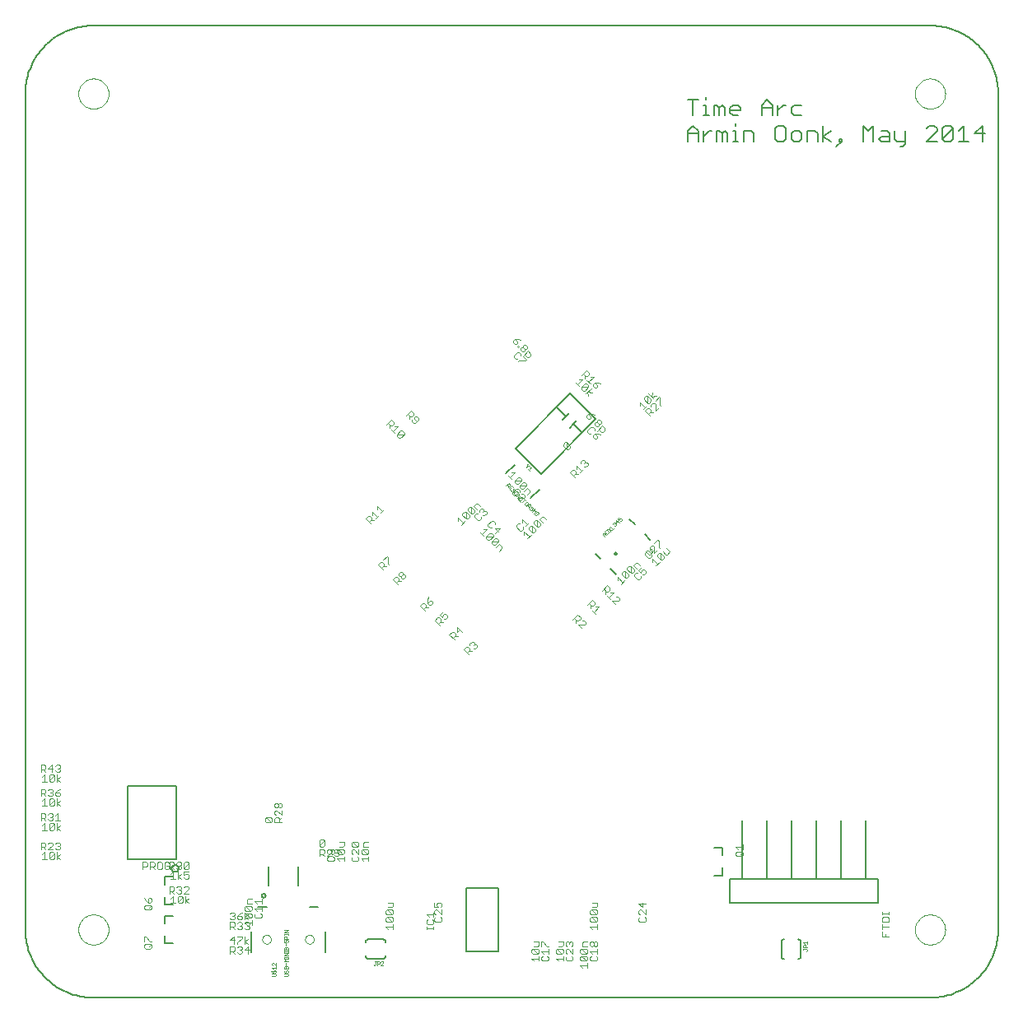
<source format=gto>
G75*
%MOIN*%
%OFA0B0*%
%FSLAX24Y24*%
%IPPOS*%
%LPD*%
%AMOC8*
5,1,8,0,0,1.08239X$1,22.5*
%
%ADD10C,0.0080*%
%ADD11C,0.0060*%
%ADD12C,0.0000*%
%ADD13C,0.0030*%
%ADD14C,0.0010*%
%ADD15C,0.0050*%
D10*
X002936Y005451D02*
X036794Y005451D01*
X036897Y005453D01*
X037000Y005459D01*
X037103Y005468D01*
X037205Y005482D01*
X037306Y005499D01*
X037407Y005520D01*
X037507Y005545D01*
X037606Y005573D01*
X037704Y005606D01*
X037801Y005642D01*
X037896Y005681D01*
X037990Y005724D01*
X038082Y005770D01*
X038172Y005820D01*
X038260Y005873D01*
X038347Y005930D01*
X038431Y005990D01*
X038512Y006052D01*
X038592Y006118D01*
X038669Y006187D01*
X038743Y006258D01*
X038814Y006332D01*
X038883Y006409D01*
X038949Y006489D01*
X039011Y006570D01*
X039071Y006654D01*
X039128Y006741D01*
X039181Y006829D01*
X039231Y006919D01*
X039277Y007011D01*
X039320Y007105D01*
X039359Y007200D01*
X039395Y007297D01*
X039428Y007395D01*
X039456Y007494D01*
X039481Y007594D01*
X039502Y007695D01*
X039519Y007796D01*
X039533Y007898D01*
X039542Y008001D01*
X039548Y008104D01*
X039550Y008207D01*
X039550Y042066D01*
X039548Y042169D01*
X039542Y042272D01*
X039533Y042375D01*
X039519Y042477D01*
X039502Y042578D01*
X039481Y042679D01*
X039456Y042779D01*
X039428Y042878D01*
X039395Y042976D01*
X039359Y043073D01*
X039320Y043168D01*
X039277Y043262D01*
X039231Y043354D01*
X039181Y043444D01*
X039128Y043532D01*
X039071Y043619D01*
X039011Y043703D01*
X038949Y043784D01*
X038883Y043864D01*
X038814Y043941D01*
X038743Y044015D01*
X038669Y044086D01*
X038592Y044155D01*
X038512Y044221D01*
X038431Y044283D01*
X038347Y044343D01*
X038260Y044400D01*
X038172Y044453D01*
X038082Y044503D01*
X037990Y044549D01*
X037896Y044592D01*
X037801Y044631D01*
X037704Y044667D01*
X037606Y044700D01*
X037507Y044728D01*
X037407Y044753D01*
X037306Y044774D01*
X037205Y044791D01*
X037103Y044805D01*
X037000Y044814D01*
X036897Y044820D01*
X036794Y044822D01*
X002936Y044822D01*
X002833Y044820D01*
X002730Y044814D01*
X002627Y044805D01*
X002525Y044791D01*
X002424Y044774D01*
X002323Y044753D01*
X002223Y044728D01*
X002124Y044700D01*
X002026Y044667D01*
X001929Y044631D01*
X001834Y044592D01*
X001740Y044549D01*
X001648Y044503D01*
X001558Y044453D01*
X001470Y044400D01*
X001383Y044343D01*
X001299Y044283D01*
X001218Y044221D01*
X001138Y044155D01*
X001061Y044086D01*
X000987Y044015D01*
X000916Y043941D01*
X000847Y043864D01*
X000781Y043784D01*
X000719Y043703D01*
X000659Y043619D01*
X000602Y043532D01*
X000549Y043444D01*
X000499Y043354D01*
X000453Y043262D01*
X000410Y043168D01*
X000371Y043073D01*
X000335Y042976D01*
X000302Y042878D01*
X000274Y042779D01*
X000249Y042679D01*
X000228Y042578D01*
X000211Y042477D01*
X000197Y042375D01*
X000188Y042272D01*
X000182Y042169D01*
X000180Y042066D01*
X000180Y008207D01*
X000182Y008104D01*
X000188Y008001D01*
X000197Y007898D01*
X000211Y007796D01*
X000228Y007695D01*
X000249Y007594D01*
X000274Y007494D01*
X000302Y007395D01*
X000335Y007297D01*
X000371Y007200D01*
X000410Y007105D01*
X000453Y007011D01*
X000499Y006919D01*
X000549Y006829D01*
X000602Y006741D01*
X000659Y006654D01*
X000719Y006570D01*
X000781Y006489D01*
X000847Y006409D01*
X000916Y006332D01*
X000987Y006258D01*
X001061Y006187D01*
X001138Y006118D01*
X001218Y006052D01*
X001299Y005990D01*
X001383Y005930D01*
X001470Y005873D01*
X001558Y005820D01*
X001648Y005770D01*
X001740Y005724D01*
X001834Y005681D01*
X001929Y005642D01*
X002026Y005606D01*
X002124Y005573D01*
X002223Y005545D01*
X002323Y005520D01*
X002424Y005499D01*
X002525Y005482D01*
X002627Y005468D01*
X002730Y005459D01*
X002833Y005453D01*
X002936Y005451D01*
X009314Y007302D02*
X009314Y008129D01*
X009589Y009113D02*
X009944Y009113D01*
X011676Y009113D02*
X012030Y009113D01*
X012306Y008129D02*
X012306Y007302D01*
X014038Y007026D02*
X014668Y007026D01*
X014669Y007027D02*
X014685Y007032D01*
X014701Y007040D01*
X014715Y007050D01*
X014727Y007062D01*
X014737Y007077D01*
X014744Y007093D01*
X014748Y007110D01*
X014749Y007127D01*
X014747Y007145D01*
X014038Y007027D02*
X014022Y007032D01*
X014006Y007040D01*
X013992Y007050D01*
X013980Y007062D01*
X013970Y007077D01*
X013963Y007093D01*
X013959Y007110D01*
X013958Y007127D01*
X013960Y007145D01*
X013960Y007695D02*
X013958Y007713D01*
X013959Y007730D01*
X013963Y007747D01*
X013970Y007763D01*
X013980Y007778D01*
X013992Y007790D01*
X014006Y007800D01*
X014022Y007808D01*
X014038Y007813D01*
X014038Y007814D02*
X014668Y007814D01*
X014669Y007813D02*
X014685Y007808D01*
X014701Y007800D01*
X014715Y007790D01*
X014727Y007778D01*
X014737Y007763D01*
X014744Y007747D01*
X014748Y007730D01*
X014749Y007713D01*
X014747Y007695D01*
X018034Y007311D02*
X018034Y009891D01*
X019334Y009891D01*
X019334Y007311D01*
X018034Y007311D01*
X030771Y007105D02*
X030771Y007735D01*
X030776Y007751D01*
X030784Y007767D01*
X030794Y007781D01*
X030806Y007793D01*
X030821Y007803D01*
X030837Y007810D01*
X030854Y007814D01*
X030871Y007815D01*
X030889Y007813D01*
X031440Y007813D02*
X031460Y007815D01*
X031479Y007813D01*
X031498Y007807D01*
X031515Y007798D01*
X031531Y007786D01*
X031543Y007771D01*
X031552Y007753D01*
X031558Y007735D01*
X031558Y007105D01*
X031552Y007087D01*
X031543Y007069D01*
X031531Y007054D01*
X031515Y007042D01*
X031498Y007033D01*
X031479Y007027D01*
X031460Y007025D01*
X031440Y007027D01*
X030889Y007027D02*
X030871Y007025D01*
X030854Y007026D01*
X030837Y007030D01*
X030821Y007037D01*
X030806Y007047D01*
X030794Y007059D01*
X030784Y007073D01*
X030776Y007089D01*
X030771Y007105D01*
X024075Y022606D02*
X023852Y022828D01*
X023462Y023218D02*
X023240Y023441D01*
X024036Y023441D02*
X024038Y023453D01*
X024043Y023464D01*
X024052Y023473D01*
X024063Y023478D01*
X024075Y023480D01*
X024087Y023478D01*
X024098Y023473D01*
X024107Y023464D01*
X024112Y023453D01*
X024114Y023441D01*
X024112Y023429D01*
X024107Y023418D01*
X024098Y023409D01*
X024087Y023404D01*
X024075Y023402D01*
X024063Y023404D01*
X024052Y023409D01*
X024043Y023418D01*
X024038Y023429D01*
X024036Y023441D01*
X024854Y024610D02*
X024632Y024833D01*
X025244Y024220D02*
X025467Y023998D01*
X020980Y026037D02*
X020618Y025675D01*
X019616Y026677D02*
X019978Y027039D01*
D11*
X032997Y039914D02*
X033211Y040127D01*
X033104Y040127D01*
X033104Y040234D01*
X033211Y040234D01*
X033211Y040127D01*
X032781Y040127D02*
X032460Y040341D01*
X032781Y040554D01*
X032460Y040768D02*
X032460Y040127D01*
X032243Y040127D02*
X032243Y040447D01*
X032136Y040554D01*
X031816Y040554D01*
X031816Y040127D01*
X031598Y040234D02*
X031598Y040447D01*
X031491Y040554D01*
X031278Y040554D01*
X031171Y040447D01*
X031171Y040234D01*
X031278Y040127D01*
X031491Y040127D01*
X031598Y040234D01*
X030954Y040234D02*
X030954Y040661D01*
X030847Y040768D01*
X030633Y040768D01*
X030527Y040661D01*
X030527Y040234D01*
X030633Y040127D01*
X030847Y040127D01*
X030954Y040234D01*
X030634Y041177D02*
X030634Y041604D01*
X030634Y041391D02*
X030848Y041604D01*
X030954Y041604D01*
X031171Y041497D02*
X031171Y041284D01*
X031278Y041177D01*
X031598Y041177D01*
X031598Y041604D02*
X031278Y041604D01*
X031171Y041497D01*
X030417Y041497D02*
X029990Y041497D01*
X029990Y041604D02*
X030203Y041818D01*
X030417Y041604D01*
X030417Y041177D01*
X029990Y041177D02*
X029990Y041604D01*
X029127Y041497D02*
X029127Y041391D01*
X028700Y041391D01*
X028700Y041497D02*
X028700Y041284D01*
X028807Y041177D01*
X029021Y041177D01*
X028915Y040874D02*
X028915Y040768D01*
X028915Y040554D02*
X028915Y040127D01*
X029021Y040127D02*
X028808Y040127D01*
X028590Y040127D02*
X028590Y040447D01*
X028484Y040554D01*
X028377Y040447D01*
X028377Y040127D01*
X028163Y040127D02*
X028163Y040554D01*
X028270Y040554D01*
X028377Y040447D01*
X027946Y040554D02*
X027840Y040554D01*
X027626Y040341D01*
X027626Y040554D02*
X027626Y040127D01*
X027409Y040127D02*
X027409Y040554D01*
X027195Y040768D01*
X026982Y040554D01*
X026982Y040127D01*
X026982Y040447D02*
X027409Y040447D01*
X027195Y041177D02*
X027195Y041818D01*
X026982Y041818D02*
X027409Y041818D01*
X027626Y041604D02*
X027733Y041604D01*
X027733Y041177D01*
X027626Y041177D02*
X027840Y041177D01*
X028056Y041177D02*
X028056Y041604D01*
X028163Y041604D01*
X028269Y041497D01*
X028376Y041604D01*
X028483Y041497D01*
X028483Y041177D01*
X028269Y041177D02*
X028269Y041497D01*
X028700Y041497D02*
X028807Y041604D01*
X029021Y041604D01*
X029127Y041497D01*
X029238Y040554D02*
X029558Y040554D01*
X029665Y040447D01*
X029665Y040127D01*
X029238Y040127D02*
X029238Y040554D01*
X028915Y040554D02*
X028808Y040554D01*
X027733Y041818D02*
X027733Y041924D01*
X034072Y040768D02*
X034072Y040127D01*
X034499Y040127D02*
X034499Y040768D01*
X034285Y040554D01*
X034072Y040768D01*
X034823Y040554D02*
X035037Y040554D01*
X035143Y040447D01*
X035143Y040127D01*
X034823Y040127D01*
X034716Y040234D01*
X034823Y040341D01*
X035143Y040341D01*
X035361Y040234D02*
X035468Y040127D01*
X035788Y040127D01*
X035788Y040020D02*
X035681Y039914D01*
X035574Y039914D01*
X035788Y040020D02*
X035788Y040554D01*
X035361Y040554D02*
X035361Y040234D01*
X036650Y040127D02*
X037077Y040554D01*
X037077Y040661D01*
X036970Y040768D01*
X036757Y040768D01*
X036650Y040661D01*
X036650Y040127D02*
X037077Y040127D01*
X037294Y040234D02*
X037721Y040661D01*
X037721Y040234D01*
X037615Y040127D01*
X037401Y040127D01*
X037294Y040234D01*
X037294Y040661D01*
X037401Y040768D01*
X037615Y040768D01*
X037721Y040661D01*
X037939Y040554D02*
X038153Y040768D01*
X038153Y040127D01*
X038366Y040127D02*
X037939Y040127D01*
X038584Y040447D02*
X039011Y040447D01*
X038904Y040127D02*
X038904Y040768D01*
X038584Y040447D01*
X028393Y011523D02*
X028393Y011222D01*
X028393Y011523D02*
X028060Y011523D01*
X028393Y010714D02*
X028393Y010403D01*
X028060Y010403D01*
X006159Y010342D02*
X005826Y010342D01*
X005826Y010031D01*
X005826Y009523D02*
X005826Y009222D01*
X006159Y009222D01*
X006159Y008767D02*
X005826Y008767D01*
X005826Y008456D01*
X005826Y007948D02*
X005826Y007647D01*
X006159Y007647D01*
D12*
X002326Y008207D02*
X002328Y008256D01*
X002334Y008305D01*
X002344Y008353D01*
X002357Y008400D01*
X002375Y008446D01*
X002396Y008490D01*
X002420Y008533D01*
X002448Y008573D01*
X002479Y008612D01*
X002513Y008647D01*
X002550Y008680D01*
X002589Y008709D01*
X002631Y008735D01*
X002674Y008758D01*
X002720Y008777D01*
X002766Y008793D01*
X002814Y008805D01*
X002862Y008813D01*
X002911Y008817D01*
X002961Y008817D01*
X003010Y008813D01*
X003058Y008805D01*
X003106Y008793D01*
X003152Y008777D01*
X003198Y008758D01*
X003241Y008735D01*
X003283Y008709D01*
X003322Y008680D01*
X003359Y008647D01*
X003393Y008612D01*
X003424Y008573D01*
X003452Y008533D01*
X003476Y008490D01*
X003497Y008446D01*
X003515Y008400D01*
X003528Y008353D01*
X003538Y008305D01*
X003544Y008256D01*
X003546Y008207D01*
X003544Y008158D01*
X003538Y008109D01*
X003528Y008061D01*
X003515Y008014D01*
X003497Y007968D01*
X003476Y007924D01*
X003452Y007881D01*
X003424Y007841D01*
X003393Y007802D01*
X003359Y007767D01*
X003322Y007734D01*
X003283Y007705D01*
X003241Y007679D01*
X003198Y007656D01*
X003152Y007637D01*
X003106Y007621D01*
X003058Y007609D01*
X003010Y007601D01*
X002961Y007597D01*
X002911Y007597D01*
X002862Y007601D01*
X002814Y007609D01*
X002766Y007621D01*
X002720Y007637D01*
X002674Y007656D01*
X002631Y007679D01*
X002589Y007705D01*
X002550Y007734D01*
X002513Y007767D01*
X002479Y007802D01*
X002448Y007841D01*
X002420Y007881D01*
X002396Y007924D01*
X002375Y007968D01*
X002357Y008014D01*
X002344Y008061D01*
X002334Y008109D01*
X002328Y008158D01*
X002326Y008207D01*
X009767Y007814D02*
X009769Y007840D01*
X009775Y007866D01*
X009785Y007891D01*
X009798Y007914D01*
X009814Y007934D01*
X009834Y007952D01*
X009856Y007967D01*
X009879Y007979D01*
X009905Y007987D01*
X009931Y007991D01*
X009957Y007991D01*
X009983Y007987D01*
X010009Y007979D01*
X010033Y007967D01*
X010054Y007952D01*
X010074Y007934D01*
X010090Y007914D01*
X010103Y007891D01*
X010113Y007866D01*
X010119Y007840D01*
X010121Y007814D01*
X010119Y007788D01*
X010113Y007762D01*
X010103Y007737D01*
X010090Y007714D01*
X010074Y007694D01*
X010054Y007676D01*
X010032Y007661D01*
X010009Y007649D01*
X009983Y007641D01*
X009957Y007637D01*
X009931Y007637D01*
X009905Y007641D01*
X009879Y007649D01*
X009855Y007661D01*
X009834Y007676D01*
X009814Y007694D01*
X009798Y007714D01*
X009785Y007737D01*
X009775Y007762D01*
X009769Y007788D01*
X009767Y007814D01*
X011499Y007814D02*
X011501Y007840D01*
X011507Y007866D01*
X011517Y007891D01*
X011530Y007914D01*
X011546Y007934D01*
X011566Y007952D01*
X011588Y007967D01*
X011611Y007979D01*
X011637Y007987D01*
X011663Y007991D01*
X011689Y007991D01*
X011715Y007987D01*
X011741Y007979D01*
X011765Y007967D01*
X011786Y007952D01*
X011806Y007934D01*
X011822Y007914D01*
X011835Y007891D01*
X011845Y007866D01*
X011851Y007840D01*
X011853Y007814D01*
X011851Y007788D01*
X011845Y007762D01*
X011835Y007737D01*
X011822Y007714D01*
X011806Y007694D01*
X011786Y007676D01*
X011764Y007661D01*
X011741Y007649D01*
X011715Y007641D01*
X011689Y007637D01*
X011663Y007637D01*
X011637Y007641D01*
X011611Y007649D01*
X011587Y007661D01*
X011566Y007676D01*
X011546Y007694D01*
X011530Y007714D01*
X011517Y007737D01*
X011507Y007762D01*
X011501Y007788D01*
X011499Y007814D01*
X036184Y008207D02*
X036186Y008256D01*
X036192Y008305D01*
X036202Y008353D01*
X036215Y008400D01*
X036233Y008446D01*
X036254Y008490D01*
X036278Y008533D01*
X036306Y008573D01*
X036337Y008612D01*
X036371Y008647D01*
X036408Y008680D01*
X036447Y008709D01*
X036489Y008735D01*
X036532Y008758D01*
X036578Y008777D01*
X036624Y008793D01*
X036672Y008805D01*
X036720Y008813D01*
X036769Y008817D01*
X036819Y008817D01*
X036868Y008813D01*
X036916Y008805D01*
X036964Y008793D01*
X037010Y008777D01*
X037056Y008758D01*
X037099Y008735D01*
X037141Y008709D01*
X037180Y008680D01*
X037217Y008647D01*
X037251Y008612D01*
X037282Y008573D01*
X037310Y008533D01*
X037334Y008490D01*
X037355Y008446D01*
X037373Y008400D01*
X037386Y008353D01*
X037396Y008305D01*
X037402Y008256D01*
X037404Y008207D01*
X037402Y008158D01*
X037396Y008109D01*
X037386Y008061D01*
X037373Y008014D01*
X037355Y007968D01*
X037334Y007924D01*
X037310Y007881D01*
X037282Y007841D01*
X037251Y007802D01*
X037217Y007767D01*
X037180Y007734D01*
X037141Y007705D01*
X037099Y007679D01*
X037056Y007656D01*
X037010Y007637D01*
X036964Y007621D01*
X036916Y007609D01*
X036868Y007601D01*
X036819Y007597D01*
X036769Y007597D01*
X036720Y007601D01*
X036672Y007609D01*
X036624Y007621D01*
X036578Y007637D01*
X036532Y007656D01*
X036489Y007679D01*
X036447Y007705D01*
X036408Y007734D01*
X036371Y007767D01*
X036337Y007802D01*
X036306Y007841D01*
X036278Y007881D01*
X036254Y007924D01*
X036233Y007968D01*
X036215Y008014D01*
X036202Y008061D01*
X036192Y008109D01*
X036186Y008158D01*
X036184Y008207D01*
X036184Y042066D02*
X036186Y042115D01*
X036192Y042164D01*
X036202Y042212D01*
X036215Y042259D01*
X036233Y042305D01*
X036254Y042349D01*
X036278Y042392D01*
X036306Y042432D01*
X036337Y042471D01*
X036371Y042506D01*
X036408Y042539D01*
X036447Y042568D01*
X036489Y042594D01*
X036532Y042617D01*
X036578Y042636D01*
X036624Y042652D01*
X036672Y042664D01*
X036720Y042672D01*
X036769Y042676D01*
X036819Y042676D01*
X036868Y042672D01*
X036916Y042664D01*
X036964Y042652D01*
X037010Y042636D01*
X037056Y042617D01*
X037099Y042594D01*
X037141Y042568D01*
X037180Y042539D01*
X037217Y042506D01*
X037251Y042471D01*
X037282Y042432D01*
X037310Y042392D01*
X037334Y042349D01*
X037355Y042305D01*
X037373Y042259D01*
X037386Y042212D01*
X037396Y042164D01*
X037402Y042115D01*
X037404Y042066D01*
X037402Y042017D01*
X037396Y041968D01*
X037386Y041920D01*
X037373Y041873D01*
X037355Y041827D01*
X037334Y041783D01*
X037310Y041740D01*
X037282Y041700D01*
X037251Y041661D01*
X037217Y041626D01*
X037180Y041593D01*
X037141Y041564D01*
X037099Y041538D01*
X037056Y041515D01*
X037010Y041496D01*
X036964Y041480D01*
X036916Y041468D01*
X036868Y041460D01*
X036819Y041456D01*
X036769Y041456D01*
X036720Y041460D01*
X036672Y041468D01*
X036624Y041480D01*
X036578Y041496D01*
X036532Y041515D01*
X036489Y041538D01*
X036447Y041564D01*
X036408Y041593D01*
X036371Y041626D01*
X036337Y041661D01*
X036306Y041700D01*
X036278Y041740D01*
X036254Y041783D01*
X036233Y041827D01*
X036215Y041873D01*
X036202Y041920D01*
X036192Y041968D01*
X036186Y042017D01*
X036184Y042066D01*
X002326Y042066D02*
X002328Y042115D01*
X002334Y042164D01*
X002344Y042212D01*
X002357Y042259D01*
X002375Y042305D01*
X002396Y042349D01*
X002420Y042392D01*
X002448Y042432D01*
X002479Y042471D01*
X002513Y042506D01*
X002550Y042539D01*
X002589Y042568D01*
X002631Y042594D01*
X002674Y042617D01*
X002720Y042636D01*
X002766Y042652D01*
X002814Y042664D01*
X002862Y042672D01*
X002911Y042676D01*
X002961Y042676D01*
X003010Y042672D01*
X003058Y042664D01*
X003106Y042652D01*
X003152Y042636D01*
X003198Y042617D01*
X003241Y042594D01*
X003283Y042568D01*
X003322Y042539D01*
X003359Y042506D01*
X003393Y042471D01*
X003424Y042432D01*
X003452Y042392D01*
X003476Y042349D01*
X003497Y042305D01*
X003515Y042259D01*
X003528Y042212D01*
X003538Y042164D01*
X003544Y042115D01*
X003546Y042066D01*
X003544Y042017D01*
X003538Y041968D01*
X003528Y041920D01*
X003515Y041873D01*
X003497Y041827D01*
X003476Y041783D01*
X003452Y041740D01*
X003424Y041700D01*
X003393Y041661D01*
X003359Y041626D01*
X003322Y041593D01*
X003283Y041564D01*
X003241Y041538D01*
X003198Y041515D01*
X003152Y041496D01*
X003106Y041480D01*
X003058Y041468D01*
X003010Y041460D01*
X002961Y041456D01*
X002911Y041456D01*
X002862Y041460D01*
X002814Y041468D01*
X002766Y041480D01*
X002720Y041496D01*
X002674Y041515D01*
X002631Y041538D01*
X002589Y041564D01*
X002550Y041593D01*
X002513Y041626D01*
X002479Y041661D01*
X002448Y041700D01*
X002420Y041740D01*
X002396Y041783D01*
X002375Y041827D01*
X002357Y041873D01*
X002344Y041920D01*
X002334Y041968D01*
X002328Y042017D01*
X002326Y042066D01*
D13*
X014985Y028859D02*
X015088Y028757D01*
X015088Y028688D01*
X015020Y028620D01*
X014951Y028620D01*
X014849Y028722D01*
X014917Y028654D02*
X014917Y028517D01*
X014989Y028446D02*
X015125Y028309D01*
X015057Y028377D02*
X015262Y028582D01*
X015125Y028582D01*
X015368Y028408D02*
X015231Y028271D01*
X015505Y028271D01*
X015368Y028135D01*
X015299Y028135D01*
X015231Y028203D01*
X015231Y028271D01*
X015368Y028408D02*
X015436Y028408D01*
X015505Y028340D01*
X015505Y028271D01*
X015890Y028725D02*
X015958Y028725D01*
X016095Y028862D01*
X016095Y028930D01*
X016027Y028999D01*
X015958Y028999D01*
X015924Y028965D01*
X015924Y028896D01*
X016027Y028794D01*
X015890Y028725D02*
X015822Y028794D01*
X015822Y028862D01*
X015716Y028899D02*
X015716Y029036D01*
X015750Y029002D02*
X015647Y029104D01*
X015579Y029036D02*
X015784Y029241D01*
X015887Y029139D01*
X015887Y029070D01*
X015819Y029002D01*
X015750Y029002D01*
X014985Y028859D02*
X014780Y028654D01*
X014423Y025348D02*
X014628Y025143D01*
X014560Y025075D02*
X014696Y025211D01*
X014423Y025211D02*
X014423Y025348D01*
X014214Y025140D02*
X014420Y024935D01*
X014488Y025003D02*
X014351Y024866D01*
X014280Y024795D02*
X014143Y024795D01*
X014177Y024829D02*
X014074Y024726D01*
X014143Y024658D02*
X013938Y024863D01*
X014040Y024966D01*
X014109Y024966D01*
X014177Y024897D01*
X014177Y024829D01*
X014214Y025003D02*
X014214Y025140D01*
X014806Y023330D02*
X014840Y023296D01*
X014840Y023022D01*
X014875Y022988D01*
X014803Y022916D02*
X014666Y022916D01*
X014700Y022951D02*
X014598Y022848D01*
X014666Y022780D02*
X014461Y022985D01*
X014564Y023087D01*
X014632Y023087D01*
X014700Y023019D01*
X014700Y022951D01*
X014669Y023193D02*
X014806Y023330D01*
X015363Y022705D02*
X015294Y022637D01*
X015294Y022568D01*
X015328Y022534D01*
X015397Y022534D01*
X015465Y022603D01*
X015534Y022603D01*
X015568Y022568D01*
X015568Y022500D01*
X015499Y022432D01*
X015431Y022432D01*
X015397Y022466D01*
X015397Y022534D01*
X015465Y022603D02*
X015465Y022671D01*
X015431Y022705D01*
X015363Y022705D01*
X015223Y022497D02*
X015291Y022429D01*
X015291Y022360D01*
X015188Y022257D01*
X015257Y022189D02*
X015052Y022394D01*
X015154Y022497D01*
X015223Y022497D01*
X015257Y022326D02*
X015394Y022326D01*
X016257Y021434D02*
X016325Y021434D01*
X016393Y021366D01*
X016393Y021297D01*
X016291Y021195D01*
X016359Y021263D02*
X016496Y021263D01*
X016533Y021369D02*
X016602Y021369D01*
X016670Y021437D01*
X016670Y021505D01*
X016636Y021540D01*
X016567Y021540D01*
X016465Y021437D01*
X016533Y021369D01*
X016465Y021437D02*
X016465Y021574D01*
X016499Y021677D01*
X016257Y021434D02*
X016154Y021331D01*
X016359Y021126D01*
X016744Y020741D02*
X016847Y020843D01*
X016915Y020843D01*
X016984Y020775D01*
X016984Y020707D01*
X016881Y020604D01*
X016950Y020672D02*
X017087Y020672D01*
X017124Y020778D02*
X017192Y020778D01*
X017261Y020847D01*
X017261Y020915D01*
X017192Y020983D01*
X017124Y020983D01*
X017090Y020949D01*
X017055Y020847D01*
X016953Y020949D01*
X017090Y021086D01*
X016744Y020741D02*
X016950Y020536D01*
X017335Y020150D02*
X017438Y020253D01*
X017506Y020253D01*
X017574Y020184D01*
X017574Y020116D01*
X017472Y020013D01*
X017540Y019945D02*
X017335Y020150D01*
X017540Y020082D02*
X017677Y020082D01*
X017646Y020256D02*
X017783Y020393D01*
X017851Y020256D02*
X017646Y020461D01*
X017646Y020256D01*
X018168Y019802D02*
X018237Y019871D01*
X018305Y019871D01*
X018339Y019836D01*
X018339Y019768D01*
X018408Y019768D01*
X018442Y019734D01*
X018442Y019665D01*
X018373Y019597D01*
X018305Y019597D01*
X018268Y019491D02*
X018131Y019491D01*
X018165Y019525D02*
X018062Y019423D01*
X018131Y019354D02*
X017926Y019560D01*
X018028Y019662D01*
X018097Y019662D01*
X018165Y019594D01*
X018165Y019525D01*
X018168Y019734D02*
X018168Y019802D01*
X018305Y019734D02*
X018339Y019768D01*
X022330Y020758D02*
X022535Y020963D01*
X022638Y020861D01*
X022638Y020792D01*
X022569Y020724D01*
X022501Y020724D01*
X022398Y020826D01*
X022467Y020758D02*
X022467Y020621D01*
X022538Y020550D02*
X022812Y020550D01*
X022846Y020584D01*
X022846Y020652D01*
X022778Y020721D01*
X022709Y020721D01*
X022538Y020550D02*
X022675Y020413D01*
X023266Y021003D02*
X023129Y021140D01*
X023197Y021072D02*
X023403Y021277D01*
X023266Y021277D01*
X023228Y021383D02*
X023160Y021314D01*
X023092Y021314D01*
X022989Y021417D01*
X023057Y021349D02*
X023057Y021212D01*
X022921Y021349D02*
X023126Y021554D01*
X023228Y021451D01*
X023228Y021383D01*
X023648Y021802D02*
X023648Y021939D01*
X023682Y021905D02*
X023580Y022008D01*
X023511Y021939D02*
X023716Y022144D01*
X023819Y022042D01*
X023819Y021973D01*
X023751Y021905D01*
X023682Y021905D01*
X023719Y021731D02*
X023856Y021594D01*
X023788Y021662D02*
X023993Y021868D01*
X023856Y021868D01*
X024099Y021693D02*
X024167Y021693D01*
X024236Y021625D01*
X024236Y021557D01*
X024201Y021522D01*
X023928Y021522D01*
X024065Y021386D01*
X024289Y022205D02*
X024426Y022342D01*
X024357Y022274D02*
X024152Y022479D01*
X024152Y022342D01*
X024326Y022585D02*
X024326Y022653D01*
X024395Y022722D01*
X024463Y022722D01*
X024463Y022448D01*
X024531Y022448D01*
X024600Y022516D01*
X024600Y022585D01*
X024463Y022722D01*
X024535Y022793D02*
X024535Y022862D01*
X024603Y022930D01*
X024671Y022930D01*
X024671Y022656D01*
X024740Y022656D01*
X024808Y022725D01*
X024808Y022793D01*
X024671Y022930D01*
X024777Y022967D02*
X024914Y022831D01*
X024987Y022757D02*
X025090Y022655D01*
X025124Y022757D01*
X025158Y022792D01*
X025227Y022792D01*
X025295Y022723D01*
X025295Y022655D01*
X025227Y022586D01*
X025158Y022586D01*
X025087Y022515D02*
X025087Y022446D01*
X025018Y022378D01*
X024950Y022378D01*
X024813Y022515D01*
X024813Y022583D01*
X024881Y022652D01*
X024950Y022652D01*
X024987Y022757D02*
X025124Y022894D01*
X025051Y022967D02*
X024948Y023070D01*
X024880Y023070D01*
X024777Y022967D01*
X024535Y022793D02*
X024671Y022656D01*
X024463Y022448D02*
X024326Y022585D01*
X025251Y023405D02*
X025388Y023268D01*
X025456Y023268D01*
X025524Y023337D01*
X025524Y023405D01*
X025630Y023443D02*
X025630Y023716D01*
X025596Y023750D01*
X025528Y023750D01*
X025459Y023682D01*
X025459Y023614D01*
X025388Y023542D02*
X025319Y023542D01*
X025251Y023474D01*
X025251Y023405D01*
X025563Y023229D02*
X025769Y023024D01*
X025700Y022956D02*
X025837Y023093D01*
X025874Y023198D02*
X025874Y023472D01*
X026011Y023335D01*
X026011Y023267D01*
X025943Y023198D01*
X025874Y023198D01*
X025738Y023335D01*
X025738Y023404D01*
X025806Y023472D01*
X025874Y023472D01*
X025980Y023509D02*
X026083Y023407D01*
X026151Y023407D01*
X026254Y023509D01*
X026117Y023646D01*
X025839Y023651D02*
X025804Y023685D01*
X025804Y023959D01*
X025770Y023993D01*
X025633Y023856D01*
X025767Y023579D02*
X025630Y023443D01*
X025563Y023229D02*
X025563Y023093D01*
X022418Y026511D02*
X022213Y026716D01*
X022316Y026819D01*
X022384Y026819D01*
X022452Y026751D01*
X022452Y026682D01*
X022350Y026580D01*
X022418Y026648D02*
X022555Y026648D01*
X022627Y026719D02*
X022763Y026856D01*
X022695Y026788D02*
X022490Y026993D01*
X022490Y026856D01*
X022664Y027099D02*
X022664Y027167D01*
X022732Y027236D01*
X022801Y027236D01*
X022835Y027201D01*
X022835Y027133D01*
X022903Y027133D01*
X022938Y027099D01*
X022938Y027030D01*
X022869Y026962D01*
X022801Y026962D01*
X022801Y027099D02*
X022835Y027133D01*
X022230Y027738D02*
X022162Y027669D01*
X022094Y027669D01*
X022094Y027943D01*
X022230Y027806D01*
X022230Y027738D01*
X022094Y027669D02*
X021957Y027806D01*
X021957Y027874D01*
X022025Y027943D01*
X022094Y027943D01*
X022933Y028369D02*
X023002Y028301D01*
X023070Y028301D01*
X023142Y028229D02*
X023142Y028161D01*
X023210Y028092D01*
X023278Y028092D01*
X023313Y028127D01*
X023313Y028195D01*
X023210Y028298D01*
X023142Y028229D01*
X023210Y028298D02*
X023347Y028298D01*
X023450Y028263D01*
X023488Y028371D02*
X023386Y028473D01*
X023317Y028405D02*
X023523Y028610D01*
X023625Y028508D01*
X023625Y028439D01*
X023557Y028371D01*
X023488Y028371D01*
X023349Y028579D02*
X023280Y028579D01*
X023212Y028648D01*
X023212Y028716D01*
X023246Y028750D01*
X023314Y028750D01*
X023383Y028682D01*
X023383Y028613D01*
X023349Y028579D01*
X023383Y028682D02*
X023451Y028682D01*
X023485Y028716D01*
X023485Y028784D01*
X023417Y028853D01*
X023349Y028853D01*
X023314Y028819D01*
X023314Y028750D01*
X023142Y028786D02*
X023108Y028752D01*
X023073Y028786D01*
X023108Y028820D01*
X023142Y028786D01*
X023036Y028892D02*
X023070Y028926D01*
X023070Y028994D01*
X022968Y029097D01*
X022899Y029028D01*
X022899Y028960D01*
X022968Y028892D01*
X023036Y028892D01*
X023104Y029097D02*
X022968Y029097D01*
X023104Y029097D02*
X023207Y029063D01*
X023139Y028574D02*
X023070Y028574D01*
X022933Y028438D01*
X022933Y028369D01*
X023207Y028438D02*
X023207Y028506D01*
X023139Y028574D01*
X022969Y029829D02*
X022935Y030000D01*
X023106Y029966D01*
X023072Y030137D02*
X022867Y029932D01*
X022829Y030038D02*
X022761Y030038D01*
X022692Y030106D01*
X022692Y030175D01*
X022966Y030175D01*
X022829Y030038D01*
X022692Y030175D02*
X022829Y030311D01*
X022898Y030311D01*
X022966Y030243D01*
X022966Y030175D01*
X023039Y030317D02*
X022902Y030453D01*
X022970Y030385D02*
X023176Y030590D01*
X023039Y030590D01*
X023001Y030696D02*
X022933Y030628D01*
X022865Y030628D01*
X022762Y030730D01*
X022830Y030662D02*
X022830Y030525D01*
X022724Y030485D02*
X022518Y030280D01*
X022450Y030349D02*
X022587Y030212D01*
X022587Y030485D02*
X022724Y030485D01*
X022694Y030662D02*
X022899Y030867D01*
X023001Y030764D01*
X023001Y030696D01*
X023213Y030348D02*
X023315Y030245D01*
X023315Y030177D01*
X023281Y030142D01*
X023213Y030142D01*
X023144Y030211D01*
X023144Y030279D01*
X023213Y030348D01*
X023350Y030348D01*
X023452Y030313D01*
X025049Y029571D02*
X025254Y029366D01*
X025186Y029297D02*
X025322Y029434D01*
X025360Y029540D02*
X025360Y029813D01*
X025497Y029677D01*
X025497Y029608D01*
X025428Y029540D01*
X025360Y029540D01*
X025223Y029677D01*
X025223Y029745D01*
X025291Y029813D01*
X025360Y029813D01*
X025397Y029919D02*
X025602Y029714D01*
X025534Y029782D02*
X025568Y029953D01*
X025534Y029782D02*
X025705Y029816D01*
X025812Y029778D02*
X025846Y029743D01*
X025846Y029470D01*
X025881Y029435D01*
X025809Y029364D02*
X025672Y029227D01*
X025672Y029501D01*
X025638Y029535D01*
X025570Y029535D01*
X025501Y029467D01*
X025501Y029398D01*
X025430Y029327D02*
X025498Y029258D01*
X025498Y029190D01*
X025396Y029087D01*
X025464Y029019D02*
X025259Y029224D01*
X025361Y029327D01*
X025430Y029327D01*
X025464Y029156D02*
X025601Y029156D01*
X025675Y029641D02*
X025812Y029778D01*
X025049Y029571D02*
X025049Y029434D01*
X020633Y031471D02*
X020565Y031402D01*
X020496Y031402D01*
X020394Y031505D01*
X020325Y031436D02*
X020531Y031642D01*
X020633Y031539D01*
X020633Y031471D01*
X020457Y031295D02*
X020423Y031261D01*
X020150Y031261D01*
X020115Y031227D01*
X020078Y031332D02*
X020010Y031332D01*
X019941Y031401D01*
X019941Y031469D01*
X020078Y031606D01*
X020146Y031606D01*
X020215Y031537D01*
X020215Y031469D01*
X020321Y031432D02*
X020457Y031295D01*
X020356Y031611D02*
X020288Y031611D01*
X020220Y031679D01*
X020220Y031747D01*
X020254Y031782D01*
X020322Y031782D01*
X020391Y031713D01*
X020391Y031645D01*
X020356Y031611D01*
X020391Y031713D02*
X020459Y031713D01*
X020493Y031747D01*
X020493Y031816D01*
X020425Y031884D01*
X020356Y031884D01*
X020322Y031850D01*
X020322Y031782D01*
X020150Y031817D02*
X020115Y031783D01*
X020081Y031817D01*
X020115Y031852D01*
X020150Y031817D01*
X020044Y031923D02*
X020078Y031957D01*
X020078Y032026D01*
X019975Y032128D01*
X019907Y032060D01*
X019907Y031992D01*
X019975Y031923D01*
X020044Y031923D01*
X020112Y032128D02*
X020215Y032094D01*
X020112Y032128D02*
X019975Y032128D01*
X020003Y026716D02*
X019798Y026510D01*
X019866Y026442D02*
X019729Y026579D01*
X019866Y026716D02*
X020003Y026716D01*
X020109Y026541D02*
X020177Y026541D01*
X020245Y026473D01*
X020245Y026405D01*
X019972Y026405D01*
X019972Y026336D01*
X020040Y026268D01*
X020109Y026268D01*
X020245Y026405D01*
X020317Y026333D02*
X020385Y026333D01*
X020454Y026265D01*
X020454Y026196D01*
X020180Y026196D01*
X020180Y026128D01*
X020249Y026059D01*
X020317Y026059D01*
X020454Y026196D01*
X020491Y026091D02*
X020594Y025988D01*
X020594Y025920D01*
X020491Y025817D01*
X020384Y025778D02*
X020315Y025846D01*
X020247Y025846D01*
X020175Y025918D02*
X020175Y025986D01*
X020107Y026055D01*
X020039Y026055D01*
X019902Y025918D01*
X019902Y025849D01*
X019970Y025781D01*
X020039Y025781D01*
X020076Y025675D02*
X020350Y025675D01*
X020384Y025710D01*
X020384Y025778D01*
X020354Y025954D02*
X020491Y026091D01*
X020317Y026333D02*
X020180Y026196D01*
X019972Y026405D02*
X020109Y026541D01*
X020076Y025675D02*
X020213Y025539D01*
X020296Y024819D02*
X020502Y024613D01*
X020433Y024545D02*
X020570Y024682D01*
X020609Y024574D02*
X020677Y024574D01*
X020677Y024301D01*
X020746Y024301D01*
X020814Y024369D01*
X020814Y024438D01*
X020677Y024574D01*
X020609Y024574D02*
X020541Y024506D01*
X020541Y024438D01*
X020677Y024301D01*
X020640Y024195D02*
X020503Y024058D01*
X020572Y024127D02*
X020367Y024332D01*
X020367Y024195D01*
X020259Y024371D02*
X020328Y024439D01*
X020328Y024508D01*
X020259Y024371D02*
X020191Y024371D01*
X020054Y024508D01*
X020054Y024576D01*
X020122Y024644D01*
X020191Y024644D01*
X020296Y024682D02*
X020296Y024819D01*
X020749Y024714D02*
X020817Y024783D01*
X020886Y024783D01*
X020886Y024509D01*
X020954Y024509D01*
X021023Y024577D01*
X021023Y024646D01*
X020886Y024783D01*
X020992Y024820D02*
X021094Y024923D01*
X021163Y024923D01*
X021265Y024820D01*
X021128Y024683D02*
X020992Y024820D01*
X020749Y024714D02*
X020749Y024646D01*
X020886Y024509D01*
X019384Y024474D02*
X019179Y024269D01*
X019106Y024196D02*
X019106Y024127D01*
X018832Y024127D01*
X018832Y024059D01*
X018901Y023990D01*
X018969Y023990D01*
X019106Y024127D01*
X019106Y024196D02*
X019038Y024264D01*
X018969Y024264D01*
X018832Y024127D01*
X018727Y024164D02*
X018590Y024301D01*
X018658Y024233D02*
X018863Y024438D01*
X018727Y024438D01*
X018902Y024545D02*
X018971Y024477D01*
X019039Y024477D01*
X019179Y024474D02*
X019316Y024337D01*
X019384Y024474D02*
X019179Y024474D01*
X019176Y024614D02*
X019176Y024682D01*
X019108Y024751D01*
X019039Y024751D01*
X018902Y024614D01*
X018902Y024545D01*
X018630Y024848D02*
X018630Y024916D01*
X018630Y024848D02*
X018561Y024780D01*
X018493Y024780D01*
X018356Y024916D01*
X018356Y024985D01*
X018425Y025053D01*
X018493Y025053D01*
X018565Y025125D02*
X018565Y025193D01*
X018633Y025262D01*
X018701Y025262D01*
X018736Y025227D01*
X018736Y025159D01*
X018804Y025159D01*
X018838Y025125D01*
X018838Y025056D01*
X018770Y024988D01*
X018701Y024988D01*
X018701Y025125D02*
X018736Y025159D01*
X018594Y025369D02*
X018491Y025472D01*
X018423Y025472D01*
X018320Y025369D01*
X018457Y025232D01*
X018352Y025195D02*
X018215Y025332D01*
X018215Y025058D01*
X018283Y025058D01*
X018352Y025126D01*
X018352Y025195D01*
X018215Y025332D02*
X018146Y025332D01*
X018078Y025263D01*
X018078Y025195D01*
X018215Y025058D01*
X018143Y024986D02*
X018143Y024918D01*
X018075Y024850D01*
X018006Y024850D01*
X018006Y025123D01*
X018143Y024986D01*
X018006Y024850D02*
X017870Y024986D01*
X017870Y025055D01*
X017938Y025123D01*
X018006Y025123D01*
X017969Y024744D02*
X017832Y024607D01*
X017901Y024675D02*
X017695Y024881D01*
X017695Y024744D01*
X019041Y023919D02*
X019041Y023850D01*
X019109Y023782D01*
X019178Y023782D01*
X019314Y023919D01*
X019041Y023919D01*
X019178Y024056D01*
X019246Y024056D01*
X019314Y023987D01*
X019314Y023919D01*
X019352Y023813D02*
X019454Y023710D01*
X019454Y023642D01*
X019352Y023539D01*
X019215Y023676D02*
X019352Y023813D01*
X010510Y013336D02*
X010559Y013287D01*
X010559Y013191D01*
X010510Y013142D01*
X010462Y013142D01*
X010414Y013191D01*
X010414Y013287D01*
X010462Y013336D01*
X010510Y013336D01*
X010414Y013287D02*
X010365Y013336D01*
X010317Y013336D01*
X010268Y013287D01*
X010268Y013191D01*
X010317Y013142D01*
X010365Y013142D01*
X010414Y013191D01*
X010365Y013041D02*
X010559Y012848D01*
X010559Y013041D01*
X010365Y013041D02*
X010317Y013041D01*
X010268Y012993D01*
X010268Y012896D01*
X010317Y012848D01*
X010317Y012747D02*
X010414Y012747D01*
X010462Y012698D01*
X010462Y012553D01*
X010559Y012553D02*
X010268Y012553D01*
X010268Y012698D01*
X010317Y012747D01*
X010165Y012698D02*
X010165Y012601D01*
X010117Y012553D01*
X009923Y012747D01*
X010117Y012747D01*
X010165Y012698D01*
X010117Y012553D02*
X009923Y012553D01*
X009875Y012601D01*
X009875Y012698D01*
X009923Y012747D01*
X010462Y012650D02*
X010559Y012747D01*
X012085Y011811D02*
X012085Y011617D01*
X012278Y011811D01*
X012278Y011617D01*
X012230Y011569D01*
X012133Y011569D01*
X012085Y011617D01*
X012085Y011465D02*
X012230Y011465D01*
X012278Y011417D01*
X012278Y011320D01*
X012230Y011272D01*
X012085Y011272D01*
X012182Y011272D02*
X012278Y011175D01*
X012379Y011175D02*
X012573Y011369D01*
X012573Y011417D01*
X012525Y011465D01*
X012428Y011465D01*
X012379Y011417D01*
X012394Y011418D02*
X012443Y011466D01*
X012491Y011466D01*
X012540Y011418D01*
X012540Y011321D01*
X012491Y011273D01*
X012443Y011273D01*
X012394Y011321D01*
X012394Y011418D01*
X012540Y011418D02*
X012588Y011466D01*
X012636Y011466D01*
X012685Y011418D01*
X012685Y011321D01*
X012636Y011273D01*
X012588Y011273D01*
X012540Y011321D01*
X012674Y011369D02*
X012722Y011320D01*
X012868Y011320D01*
X012837Y011273D02*
X012788Y011321D01*
X012788Y011418D01*
X012837Y011466D01*
X013030Y011273D01*
X013078Y011321D01*
X013078Y011418D01*
X013030Y011466D01*
X012837Y011466D01*
X012819Y011465D02*
X012722Y011465D01*
X012674Y011417D01*
X012674Y011369D01*
X012674Y011223D02*
X012722Y011175D01*
X012819Y011175D01*
X012868Y011223D01*
X012868Y011417D01*
X012819Y011465D01*
X012885Y011568D02*
X013030Y011568D01*
X013078Y011616D01*
X013078Y011761D01*
X012885Y011761D01*
X012837Y011273D02*
X013030Y011273D01*
X013078Y011172D02*
X013078Y010978D01*
X013078Y011075D02*
X012788Y011075D01*
X012885Y010978D01*
X012685Y011027D02*
X012685Y011123D01*
X012636Y011172D01*
X012573Y011175D02*
X012379Y011175D01*
X012394Y011123D02*
X012394Y011027D01*
X012443Y010978D01*
X012636Y010978D01*
X012685Y011027D01*
X012443Y011172D02*
X012394Y011123D01*
X012085Y011175D02*
X012085Y011465D01*
X012085Y011811D02*
X012133Y011859D01*
X012230Y011859D01*
X012278Y011811D01*
X013379Y011713D02*
X013379Y011616D01*
X013427Y011568D01*
X013621Y011568D01*
X013427Y011761D01*
X013621Y011761D01*
X013669Y011713D01*
X013669Y011616D01*
X013621Y011568D01*
X013669Y011466D02*
X013669Y011273D01*
X013475Y011466D01*
X013427Y011466D01*
X013379Y011418D01*
X013379Y011321D01*
X013427Y011273D01*
X013427Y011172D02*
X013379Y011123D01*
X013379Y011027D01*
X013427Y010978D01*
X013621Y010978D01*
X013669Y011027D01*
X013669Y011123D01*
X013621Y011172D01*
X013772Y011075D02*
X014063Y011075D01*
X014063Y010978D02*
X014063Y011172D01*
X014014Y011273D02*
X013821Y011466D01*
X014014Y011466D01*
X014063Y011418D01*
X014063Y011321D01*
X014014Y011273D01*
X013821Y011273D01*
X013772Y011321D01*
X013772Y011418D01*
X013821Y011466D01*
X013869Y011568D02*
X013869Y011713D01*
X013918Y011761D01*
X014063Y011761D01*
X014063Y011568D02*
X013869Y011568D01*
X013427Y011761D02*
X013379Y011713D01*
X013772Y011075D02*
X013869Y010978D01*
X014858Y009302D02*
X015052Y009302D01*
X015052Y009157D01*
X015004Y009109D01*
X014858Y009109D01*
X014810Y009008D02*
X015004Y008814D01*
X015052Y008863D01*
X015052Y008959D01*
X015004Y009008D01*
X014810Y009008D01*
X014762Y008959D01*
X014762Y008863D01*
X014810Y008814D01*
X015004Y008814D01*
X015004Y008713D02*
X015052Y008665D01*
X015052Y008568D01*
X015004Y008519D01*
X014810Y008713D01*
X015004Y008713D01*
X015004Y008519D02*
X014810Y008519D01*
X014762Y008568D01*
X014762Y008665D01*
X014810Y008713D01*
X015052Y008418D02*
X015052Y008225D01*
X015052Y008322D02*
X014762Y008322D01*
X014858Y008225D01*
X016410Y008222D02*
X016410Y008319D01*
X016410Y008271D02*
X016700Y008271D01*
X016700Y008319D02*
X016700Y008222D01*
X016652Y008419D02*
X016700Y008467D01*
X016700Y008564D01*
X016652Y008612D01*
X016730Y008568D02*
X016779Y008519D01*
X016972Y008519D01*
X017020Y008568D01*
X017020Y008665D01*
X016972Y008713D01*
X017020Y008814D02*
X016827Y009008D01*
X016779Y009008D01*
X016730Y008959D01*
X016730Y008863D01*
X016779Y008814D01*
X016700Y008810D02*
X016410Y008810D01*
X016507Y008713D01*
X016459Y008612D02*
X016410Y008564D01*
X016410Y008467D01*
X016459Y008419D01*
X016652Y008419D01*
X016730Y008568D02*
X016730Y008665D01*
X016779Y008713D01*
X016700Y008713D02*
X016700Y008907D01*
X016730Y009109D02*
X016875Y009109D01*
X016827Y009206D01*
X016827Y009254D01*
X016875Y009302D01*
X016972Y009302D01*
X017020Y009254D01*
X017020Y009157D01*
X016972Y009109D01*
X017020Y009008D02*
X017020Y008814D01*
X016730Y009109D02*
X016730Y009302D01*
X020764Y007727D02*
X020957Y007727D01*
X020957Y007582D01*
X020909Y007534D01*
X020764Y007534D01*
X020716Y007433D02*
X020909Y007239D01*
X020957Y007288D01*
X020957Y007384D01*
X020909Y007433D01*
X020716Y007433D01*
X020667Y007384D01*
X020667Y007288D01*
X020716Y007239D01*
X020909Y007239D01*
X020957Y007138D02*
X020957Y006945D01*
X020957Y007041D02*
X020667Y007041D01*
X020764Y006945D01*
X021061Y006993D02*
X021109Y006945D01*
X021303Y006945D01*
X021351Y006993D01*
X021351Y007090D01*
X021303Y007138D01*
X021351Y007239D02*
X021351Y007433D01*
X021351Y007336D02*
X021061Y007336D01*
X021158Y007239D01*
X021109Y007138D02*
X021061Y007090D01*
X021061Y006993D01*
X021061Y007534D02*
X021061Y007727D01*
X021109Y007727D01*
X021303Y007534D01*
X021351Y007534D01*
X021651Y007384D02*
X021700Y007433D01*
X021893Y007239D01*
X021942Y007288D01*
X021942Y007384D01*
X021893Y007433D01*
X021700Y007433D01*
X021651Y007384D02*
X021651Y007288D01*
X021700Y007239D01*
X021893Y007239D01*
X021942Y007138D02*
X021942Y006945D01*
X021942Y007041D02*
X021651Y007041D01*
X021748Y006945D01*
X022045Y006993D02*
X022094Y006945D01*
X022287Y006945D01*
X022335Y006993D01*
X022335Y007090D01*
X022287Y007138D01*
X022335Y007239D02*
X022142Y007433D01*
X022094Y007433D01*
X022045Y007384D01*
X022045Y007288D01*
X022094Y007239D01*
X022094Y007138D02*
X022045Y007090D01*
X022045Y006993D01*
X022335Y007239D02*
X022335Y007433D01*
X022287Y007534D02*
X022335Y007582D01*
X022335Y007679D01*
X022287Y007727D01*
X022239Y007727D01*
X022190Y007679D01*
X022190Y007631D01*
X022190Y007679D02*
X022142Y007727D01*
X022094Y007727D01*
X022045Y007679D01*
X022045Y007582D01*
X022094Y007534D01*
X021942Y007582D02*
X021942Y007727D01*
X021748Y007727D01*
X021748Y007534D02*
X021893Y007534D01*
X021942Y007582D01*
X022636Y007384D02*
X022684Y007433D01*
X022878Y007239D01*
X022926Y007288D01*
X022926Y007384D01*
X022878Y007433D01*
X022684Y007433D01*
X022636Y007384D02*
X022636Y007288D01*
X022684Y007239D01*
X022878Y007239D01*
X022878Y007138D02*
X022926Y007090D01*
X022926Y006993D01*
X022878Y006945D01*
X022684Y007138D01*
X022878Y007138D01*
X023029Y007090D02*
X023029Y006993D01*
X023078Y006945D01*
X023271Y006945D01*
X023320Y006993D01*
X023320Y007090D01*
X023271Y007138D01*
X023320Y007239D02*
X023320Y007433D01*
X023320Y007336D02*
X023029Y007336D01*
X023126Y007239D01*
X023078Y007138D02*
X023029Y007090D01*
X022878Y006945D02*
X022684Y006945D01*
X022636Y006993D01*
X022636Y007090D01*
X022684Y007138D01*
X022926Y006844D02*
X022926Y006650D01*
X022926Y006747D02*
X022636Y006747D01*
X022732Y006650D01*
X022732Y007534D02*
X022732Y007679D01*
X022781Y007727D01*
X022926Y007727D01*
X023029Y007679D02*
X023029Y007582D01*
X023078Y007534D01*
X023126Y007534D01*
X023175Y007582D01*
X023175Y007679D01*
X023223Y007727D01*
X023271Y007727D01*
X023320Y007679D01*
X023320Y007582D01*
X023271Y007534D01*
X023223Y007534D01*
X023175Y007582D01*
X023175Y007679D02*
X023126Y007727D01*
X023078Y007727D01*
X023029Y007679D01*
X022926Y007534D02*
X022732Y007534D01*
X023126Y008225D02*
X023029Y008322D01*
X023320Y008322D01*
X023320Y008418D02*
X023320Y008225D01*
X023271Y008519D02*
X023078Y008713D01*
X023271Y008713D01*
X023320Y008665D01*
X023320Y008568D01*
X023271Y008519D01*
X023078Y008519D01*
X023029Y008568D01*
X023029Y008665D01*
X023078Y008713D01*
X023078Y008814D02*
X023029Y008863D01*
X023029Y008959D01*
X023078Y009008D01*
X023271Y008814D01*
X023320Y008863D01*
X023320Y008959D01*
X023271Y009008D01*
X023078Y009008D01*
X023126Y009109D02*
X023271Y009109D01*
X023320Y009157D01*
X023320Y009302D01*
X023126Y009302D01*
X023078Y008814D02*
X023271Y008814D01*
X024998Y008863D02*
X025046Y008814D01*
X024998Y008863D02*
X024998Y008959D01*
X025046Y009008D01*
X025095Y009008D01*
X025288Y008814D01*
X025288Y009008D01*
X025143Y009109D02*
X025143Y009302D01*
X024998Y009254D02*
X025143Y009109D01*
X025288Y009254D02*
X024998Y009254D01*
X025046Y008713D02*
X024998Y008665D01*
X024998Y008568D01*
X025046Y008519D01*
X025240Y008519D01*
X025288Y008568D01*
X025288Y008665D01*
X025240Y008713D01*
X028935Y011225D02*
X028935Y011321D01*
X028983Y011370D01*
X029177Y011370D01*
X029225Y011321D01*
X029225Y011225D01*
X029177Y011176D01*
X028983Y011176D01*
X028935Y011225D01*
X029128Y011273D02*
X029225Y011370D01*
X029225Y011471D02*
X029225Y011665D01*
X029225Y011568D02*
X028935Y011568D01*
X029032Y011471D01*
X034840Y008910D02*
X034840Y008813D01*
X034840Y008862D02*
X035131Y008862D01*
X035131Y008910D02*
X035131Y008813D01*
X035082Y008712D02*
X034889Y008712D01*
X034840Y008664D01*
X034840Y008519D01*
X035131Y008519D01*
X035131Y008664D01*
X035082Y008712D01*
X034840Y008418D02*
X034840Y008224D01*
X034840Y008321D02*
X035131Y008321D01*
X034986Y008026D02*
X034986Y007929D01*
X035131Y007929D02*
X034840Y007929D01*
X034840Y008123D01*
X009737Y008725D02*
X009737Y008822D01*
X009689Y008870D01*
X009737Y008972D02*
X009737Y009165D01*
X009737Y009068D02*
X009447Y009068D01*
X009543Y008972D01*
X009495Y008870D02*
X009447Y008822D01*
X009447Y008725D01*
X009495Y008677D01*
X009689Y008677D01*
X009737Y008725D01*
X009343Y008725D02*
X009295Y008677D01*
X009101Y008870D01*
X009295Y008870D01*
X009343Y008822D01*
X009343Y008725D01*
X009295Y008677D02*
X009101Y008677D01*
X009053Y008725D01*
X009053Y008822D01*
X009101Y008870D01*
X009052Y008906D02*
X009052Y008616D01*
X009052Y008713D02*
X009197Y008810D01*
X009052Y008713D02*
X009197Y008616D01*
X009197Y008513D02*
X009246Y008464D01*
X009246Y008416D01*
X009197Y008367D01*
X009246Y008319D01*
X009246Y008271D01*
X009197Y008222D01*
X009100Y008222D01*
X009052Y008271D01*
X008951Y008271D02*
X008902Y008222D01*
X008806Y008222D01*
X008757Y008271D01*
X008656Y008222D02*
X008559Y008319D01*
X008608Y008319D02*
X008463Y008319D01*
X008463Y008222D02*
X008463Y008513D01*
X008608Y008513D01*
X008656Y008464D01*
X008656Y008367D01*
X008608Y008319D01*
X008757Y008464D02*
X008806Y008513D01*
X008902Y008513D01*
X008951Y008464D01*
X008951Y008416D01*
X008902Y008367D01*
X008951Y008319D01*
X008951Y008271D01*
X008902Y008367D02*
X008854Y008367D01*
X009052Y008464D02*
X009100Y008513D01*
X009197Y008513D01*
X009150Y008382D02*
X009053Y008479D01*
X009343Y008479D01*
X009343Y008382D02*
X009343Y008576D01*
X009197Y008367D02*
X009149Y008367D01*
X008902Y008616D02*
X008951Y008664D01*
X008951Y008713D01*
X008902Y008761D01*
X008757Y008761D01*
X008757Y008664D01*
X008806Y008616D01*
X008902Y008616D01*
X008757Y008761D02*
X008854Y008858D01*
X008951Y008906D01*
X009053Y009020D02*
X009101Y008972D01*
X009295Y008972D01*
X009101Y009165D01*
X009295Y009165D01*
X009343Y009117D01*
X009343Y009020D01*
X009295Y008972D01*
X009053Y009020D02*
X009053Y009117D01*
X009101Y009165D01*
X009150Y009266D02*
X009150Y009411D01*
X009198Y009460D01*
X009343Y009460D01*
X009447Y009363D02*
X009737Y009363D01*
X009737Y009266D02*
X009737Y009460D01*
X009543Y009266D02*
X009447Y009363D01*
X009343Y009266D02*
X009150Y009266D01*
X008656Y008858D02*
X008656Y008810D01*
X008608Y008761D01*
X008656Y008713D01*
X008656Y008664D01*
X008608Y008616D01*
X008511Y008616D01*
X008463Y008664D01*
X008559Y008761D02*
X008608Y008761D01*
X008656Y008858D02*
X008608Y008906D01*
X008511Y008906D01*
X008463Y008858D01*
X008608Y007922D02*
X008463Y007777D01*
X008656Y007777D01*
X008757Y007680D02*
X008757Y007632D01*
X008757Y007680D02*
X008951Y007874D01*
X008951Y007922D01*
X008757Y007922D01*
X008608Y007922D02*
X008608Y007632D01*
X008608Y007528D02*
X008656Y007480D01*
X008656Y007383D01*
X008608Y007335D01*
X008463Y007335D01*
X008559Y007335D02*
X008656Y007238D01*
X008757Y007286D02*
X008806Y007238D01*
X008902Y007238D01*
X008951Y007286D01*
X008951Y007335D01*
X008902Y007383D01*
X008854Y007383D01*
X008902Y007383D02*
X008951Y007432D01*
X008951Y007480D01*
X008902Y007528D01*
X008806Y007528D01*
X008757Y007480D01*
X008608Y007528D02*
X008463Y007528D01*
X008463Y007238D01*
X009052Y007383D02*
X009246Y007383D01*
X009197Y007238D02*
X009197Y007528D01*
X009052Y007383D01*
X009052Y007632D02*
X009052Y007922D01*
X009197Y007825D02*
X009052Y007729D01*
X009197Y007632D01*
X006787Y009280D02*
X006642Y009377D01*
X006787Y009474D01*
X006642Y009571D02*
X006642Y009280D01*
X006541Y009329D02*
X006493Y009280D01*
X006396Y009280D01*
X006348Y009329D01*
X006541Y009522D01*
X006541Y009329D01*
X006541Y009522D02*
X006493Y009571D01*
X006396Y009571D01*
X006348Y009522D01*
X006348Y009329D01*
X006247Y009280D02*
X006053Y009280D01*
X006150Y009280D02*
X006150Y009571D01*
X006053Y009474D01*
X006004Y009674D02*
X006004Y009964D01*
X006149Y009964D01*
X006197Y009916D01*
X006197Y009819D01*
X006149Y009771D01*
X006004Y009771D01*
X006101Y009771D02*
X006197Y009674D01*
X006299Y009722D02*
X006347Y009674D01*
X006444Y009674D01*
X006492Y009722D01*
X006492Y009771D01*
X006444Y009819D01*
X006395Y009819D01*
X006444Y009819D02*
X006492Y009868D01*
X006492Y009916D01*
X006444Y009964D01*
X006347Y009964D01*
X006299Y009916D01*
X006593Y009916D02*
X006642Y009964D01*
X006738Y009964D01*
X006787Y009916D01*
X006787Y009868D01*
X006593Y009674D01*
X006787Y009674D01*
X006738Y010265D02*
X006642Y010265D01*
X006593Y010313D01*
X006593Y010410D02*
X006690Y010458D01*
X006738Y010458D01*
X006787Y010410D01*
X006787Y010313D01*
X006738Y010265D01*
X006593Y010410D02*
X006593Y010555D01*
X006787Y010555D01*
X006738Y010658D02*
X006642Y010658D01*
X006593Y010707D01*
X006787Y010900D01*
X006787Y010707D01*
X006738Y010658D01*
X006593Y010707D02*
X006593Y010900D01*
X006642Y010949D01*
X006738Y010949D01*
X006787Y010900D01*
X006492Y010900D02*
X006492Y010852D01*
X006444Y010803D01*
X006492Y010755D01*
X006492Y010707D01*
X006444Y010658D01*
X006347Y010658D01*
X006299Y010707D01*
X006197Y010658D02*
X006101Y010755D01*
X006149Y010755D02*
X006004Y010755D01*
X005999Y010707D02*
X005999Y010803D01*
X005903Y010803D01*
X005999Y010707D02*
X005951Y010658D01*
X005854Y010658D01*
X005806Y010707D01*
X005806Y010900D01*
X005854Y010949D01*
X005951Y010949D01*
X005999Y010900D01*
X006004Y010949D02*
X006149Y010949D01*
X006197Y010900D01*
X006197Y010803D01*
X006149Y010755D01*
X006004Y010658D02*
X006004Y010949D01*
X006299Y010900D02*
X006347Y010949D01*
X006444Y010949D01*
X006492Y010900D01*
X006444Y010803D02*
X006395Y010803D01*
X006348Y010555D02*
X006348Y010265D01*
X006348Y010361D02*
X006493Y010265D01*
X006348Y010361D02*
X006493Y010458D01*
X006247Y010265D02*
X006053Y010265D01*
X006150Y010265D02*
X006150Y010555D01*
X006053Y010458D01*
X005705Y010707D02*
X005705Y010900D01*
X005656Y010949D01*
X005560Y010949D01*
X005511Y010900D01*
X005511Y010707D01*
X005560Y010658D01*
X005656Y010658D01*
X005705Y010707D01*
X005410Y010658D02*
X005313Y010755D01*
X005362Y010755D02*
X005217Y010755D01*
X005217Y010658D02*
X005217Y010949D01*
X005362Y010949D01*
X005410Y010900D01*
X005410Y010803D01*
X005362Y010755D01*
X005115Y010803D02*
X005067Y010755D01*
X004922Y010755D01*
X004922Y010658D02*
X004922Y010949D01*
X005067Y010949D01*
X005115Y010900D01*
X005115Y010803D01*
X005186Y009498D02*
X005138Y009450D01*
X005138Y009304D01*
X005235Y009304D01*
X005283Y009353D01*
X005283Y009450D01*
X005235Y009498D01*
X005186Y009498D01*
X005041Y009401D02*
X004993Y009498D01*
X005041Y009401D02*
X005138Y009304D01*
X005235Y009203D02*
X005283Y009155D01*
X005283Y009058D01*
X005235Y009010D01*
X005041Y009010D01*
X004993Y009058D01*
X004993Y009155D01*
X005041Y009203D01*
X005235Y009203D01*
X005283Y009203D02*
X005186Y009106D01*
X005041Y007923D02*
X005235Y007730D01*
X005283Y007730D01*
X005283Y007628D02*
X005186Y007532D01*
X005235Y007628D02*
X005283Y007580D01*
X005283Y007483D01*
X005235Y007435D01*
X005041Y007435D01*
X004993Y007483D01*
X004993Y007580D01*
X005041Y007628D01*
X005235Y007628D01*
X004993Y007730D02*
X004993Y007923D01*
X005041Y007923D01*
X001591Y011052D02*
X001446Y011149D01*
X001591Y011245D01*
X001446Y011342D02*
X001446Y011052D01*
X001344Y011100D02*
X001344Y011294D01*
X001151Y011100D01*
X001199Y011052D01*
X001296Y011052D01*
X001344Y011100D01*
X001151Y011100D02*
X001151Y011294D01*
X001199Y011342D01*
X001296Y011342D01*
X001344Y011294D01*
X001295Y011446D02*
X001102Y011446D01*
X001295Y011639D01*
X001295Y011688D01*
X001247Y011736D01*
X001150Y011736D01*
X001102Y011688D01*
X001001Y011688D02*
X001001Y011591D01*
X000952Y011542D01*
X000807Y011542D01*
X000807Y011446D02*
X000807Y011736D01*
X000952Y011736D01*
X001001Y011688D01*
X000904Y011542D02*
X001001Y011446D01*
X000953Y011342D02*
X000953Y011052D01*
X000856Y011052D02*
X001050Y011052D01*
X000856Y011245D02*
X000953Y011342D01*
X001396Y011494D02*
X001445Y011446D01*
X001542Y011446D01*
X001590Y011494D01*
X001590Y011542D01*
X001542Y011591D01*
X001493Y011591D01*
X001542Y011591D02*
X001590Y011639D01*
X001590Y011688D01*
X001542Y011736D01*
X001445Y011736D01*
X001396Y011688D01*
X001446Y012233D02*
X001446Y012523D01*
X001344Y012475D02*
X001151Y012281D01*
X001199Y012233D01*
X001296Y012233D01*
X001344Y012281D01*
X001344Y012475D01*
X001296Y012523D01*
X001199Y012523D01*
X001151Y012475D01*
X001151Y012281D01*
X001050Y012233D02*
X000856Y012233D01*
X000953Y012233D02*
X000953Y012523D01*
X000856Y012427D01*
X000807Y012627D02*
X000807Y012917D01*
X000952Y012917D01*
X001001Y012869D01*
X001001Y012772D01*
X000952Y012724D01*
X000807Y012724D01*
X000904Y012724D02*
X001001Y012627D01*
X001102Y012675D02*
X001150Y012627D01*
X001247Y012627D01*
X001295Y012675D01*
X001295Y012724D01*
X001247Y012772D01*
X001199Y012772D01*
X001247Y012772D02*
X001295Y012820D01*
X001295Y012869D01*
X001247Y012917D01*
X001150Y012917D01*
X001102Y012869D01*
X001396Y012820D02*
X001493Y012917D01*
X001493Y012627D01*
X001396Y012627D02*
X001590Y012627D01*
X001591Y012427D02*
X001446Y012330D01*
X001591Y012233D01*
X001591Y013217D02*
X001446Y013314D01*
X001591Y013411D01*
X001446Y013508D02*
X001446Y013217D01*
X001344Y013266D02*
X001296Y013217D01*
X001199Y013217D01*
X001151Y013266D01*
X001344Y013459D01*
X001344Y013266D01*
X001151Y013266D02*
X001151Y013459D01*
X001199Y013508D01*
X001296Y013508D01*
X001344Y013459D01*
X001247Y013611D02*
X001150Y013611D01*
X001102Y013659D01*
X001001Y013611D02*
X000904Y013708D01*
X000952Y013708D02*
X000807Y013708D01*
X000807Y013611D02*
X000807Y013901D01*
X000952Y013901D01*
X001001Y013853D01*
X001001Y013756D01*
X000952Y013708D01*
X000953Y013508D02*
X000953Y013217D01*
X000856Y013217D02*
X001050Y013217D01*
X000856Y013411D02*
X000953Y013508D01*
X001247Y013611D02*
X001295Y013659D01*
X001295Y013708D01*
X001247Y013756D01*
X001199Y013756D01*
X001247Y013756D02*
X001295Y013805D01*
X001295Y013853D01*
X001247Y013901D01*
X001150Y013901D01*
X001102Y013853D01*
X001396Y013756D02*
X001542Y013756D01*
X001590Y013708D01*
X001590Y013659D01*
X001542Y013611D01*
X001445Y013611D01*
X001396Y013659D01*
X001396Y013756D01*
X001493Y013853D01*
X001590Y013901D01*
X001591Y014202D02*
X001446Y014298D01*
X001591Y014395D01*
X001446Y014492D02*
X001446Y014202D01*
X001344Y014250D02*
X001344Y014443D01*
X001151Y014250D01*
X001199Y014202D01*
X001296Y014202D01*
X001344Y014250D01*
X001151Y014250D02*
X001151Y014443D01*
X001199Y014492D01*
X001296Y014492D01*
X001344Y014443D01*
X001247Y014595D02*
X001247Y014886D01*
X001102Y014740D01*
X001295Y014740D01*
X001396Y014644D02*
X001445Y014595D01*
X001542Y014595D01*
X001590Y014644D01*
X001590Y014692D01*
X001542Y014740D01*
X001493Y014740D01*
X001542Y014740D02*
X001590Y014789D01*
X001590Y014837D01*
X001542Y014886D01*
X001445Y014886D01*
X001396Y014837D01*
X001001Y014837D02*
X001001Y014740D01*
X000952Y014692D01*
X000807Y014692D01*
X000807Y014595D02*
X000807Y014886D01*
X000952Y014886D01*
X001001Y014837D01*
X000904Y014692D02*
X001001Y014595D01*
X000953Y014492D02*
X000953Y014202D01*
X000856Y014202D02*
X001050Y014202D01*
X000856Y014395D02*
X000953Y014492D01*
D14*
X010155Y006836D02*
X010155Y006786D01*
X010180Y006761D01*
X010155Y006836D02*
X010180Y006861D01*
X010205Y006861D01*
X010305Y006761D01*
X010305Y006861D01*
X010305Y006713D02*
X010305Y006613D01*
X010305Y006663D02*
X010155Y006663D01*
X010205Y006613D01*
X010180Y006566D02*
X010155Y006541D01*
X010155Y006491D01*
X010180Y006466D01*
X010205Y006466D01*
X010230Y006491D01*
X010230Y006541D01*
X010255Y006566D01*
X010280Y006566D01*
X010305Y006541D01*
X010305Y006491D01*
X010280Y006466D01*
X010280Y006419D02*
X010155Y006419D01*
X010130Y006516D02*
X010330Y006516D01*
X010280Y006419D02*
X010305Y006394D01*
X010305Y006344D01*
X010280Y006319D01*
X010155Y006319D01*
X010655Y006319D02*
X010780Y006319D01*
X010805Y006344D01*
X010805Y006394D01*
X010780Y006419D01*
X010655Y006419D01*
X010680Y006466D02*
X010705Y006466D01*
X010730Y006491D01*
X010730Y006541D01*
X010755Y006566D01*
X010780Y006566D01*
X010805Y006541D01*
X010805Y006491D01*
X010780Y006466D01*
X010680Y006466D02*
X010655Y006491D01*
X010655Y006541D01*
X010680Y006566D01*
X010655Y006613D02*
X010655Y006688D01*
X010680Y006713D01*
X010705Y006713D01*
X010730Y006688D01*
X010730Y006613D01*
X010805Y006613D02*
X010805Y006688D01*
X010780Y006713D01*
X010755Y006713D01*
X010730Y006688D01*
X010730Y006761D02*
X010730Y006861D01*
X010805Y006908D02*
X010655Y006908D01*
X010705Y006958D01*
X010655Y007008D01*
X010805Y007008D01*
X010805Y007055D02*
X010805Y007105D01*
X010805Y007080D02*
X010655Y007080D01*
X010655Y007055D02*
X010655Y007105D01*
X010655Y007153D02*
X010805Y007254D01*
X010655Y007254D01*
X010655Y007301D02*
X010655Y007351D01*
X010655Y007326D02*
X010805Y007326D01*
X010805Y007301D02*
X010805Y007351D01*
X010805Y007399D02*
X010805Y007474D01*
X010780Y007499D01*
X010755Y007499D01*
X010730Y007474D01*
X010730Y007399D01*
X010805Y007399D02*
X010655Y007399D01*
X010655Y007474D01*
X010680Y007499D01*
X010705Y007499D01*
X010730Y007474D01*
X010730Y007546D02*
X010730Y007646D01*
X010730Y007694D02*
X010705Y007744D01*
X010705Y007769D01*
X010730Y007794D01*
X010780Y007794D01*
X010805Y007769D01*
X010805Y007719D01*
X010780Y007694D01*
X010730Y007694D02*
X010655Y007694D01*
X010655Y007794D01*
X010655Y007841D02*
X010655Y007916D01*
X010680Y007941D01*
X010730Y007941D01*
X010755Y007916D01*
X010755Y007841D01*
X010805Y007841D02*
X010655Y007841D01*
X010655Y007988D02*
X010655Y008038D01*
X010655Y008013D02*
X010805Y008013D01*
X010805Y007988D02*
X010805Y008038D01*
X010805Y008087D02*
X010655Y008087D01*
X010805Y008187D01*
X010655Y008187D01*
X010655Y007153D02*
X010805Y007153D01*
X010805Y006613D02*
X010655Y006613D01*
X014274Y006790D02*
X014299Y006765D01*
X014324Y006765D01*
X014349Y006790D01*
X014349Y006915D01*
X014324Y006915D02*
X014374Y006915D01*
X014421Y006915D02*
X014496Y006915D01*
X014521Y006890D01*
X014521Y006840D01*
X014496Y006815D01*
X014421Y006815D01*
X014421Y006765D02*
X014421Y006915D01*
X014568Y006890D02*
X014593Y006915D01*
X014643Y006915D01*
X014668Y006890D01*
X014668Y006865D01*
X014568Y006765D01*
X014668Y006765D01*
X031669Y007390D02*
X031669Y007441D01*
X031669Y007416D02*
X031794Y007416D01*
X031819Y007390D01*
X031819Y007365D01*
X031794Y007340D01*
X031769Y007488D02*
X031769Y007563D01*
X031744Y007588D01*
X031694Y007588D01*
X031669Y007563D01*
X031669Y007488D01*
X031819Y007488D01*
X031819Y007635D02*
X031819Y007735D01*
X031819Y007685D02*
X031669Y007685D01*
X031719Y007635D01*
X025442Y023387D02*
X025478Y023422D01*
X025478Y023458D01*
X025389Y023546D01*
X025440Y023562D02*
X025440Y023597D01*
X025476Y023633D01*
X025511Y023633D01*
X025529Y023615D01*
X025529Y023474D01*
X025600Y023544D01*
X025442Y023387D02*
X025407Y023387D01*
X025319Y023476D01*
X024101Y024591D02*
X024065Y024556D01*
X024030Y024556D01*
X024014Y024505D02*
X023944Y024434D01*
X023837Y024540D01*
X023804Y024507D02*
X023839Y024330D01*
X023788Y024314D02*
X023718Y024385D01*
X023682Y024385D01*
X023629Y024332D01*
X023735Y024225D01*
X023788Y024279D01*
X023788Y024314D01*
X023733Y024436D02*
X023910Y024400D01*
X023959Y024626D02*
X023959Y024662D01*
X023995Y024697D01*
X024030Y024697D01*
X024048Y024680D01*
X024048Y024644D01*
X024083Y024644D01*
X024101Y024626D01*
X024101Y024591D01*
X024048Y024644D02*
X024030Y024626D01*
X024099Y024695D02*
X024170Y024766D01*
X024203Y024799D02*
X024221Y024853D01*
X024238Y024870D01*
X024274Y024870D01*
X024309Y024835D01*
X024309Y024799D01*
X024274Y024764D01*
X024238Y024764D01*
X024203Y024799D02*
X024150Y024853D01*
X024221Y024923D01*
X024099Y024801D02*
X024099Y024695D01*
X024205Y024695D02*
X024099Y024801D01*
X023631Y024263D02*
X023702Y024192D01*
X023649Y024245D02*
X023578Y024174D01*
X023560Y024192D02*
X023560Y024263D01*
X023631Y024263D01*
X023560Y024192D02*
X023631Y024121D01*
X020939Y025052D02*
X020939Y025087D01*
X020886Y025140D01*
X020779Y025034D01*
X020832Y024981D01*
X020868Y024981D01*
X020939Y025052D01*
X020852Y025174D02*
X020746Y025068D01*
X020675Y025138D02*
X020781Y025245D01*
X020781Y025174D01*
X020852Y025174D01*
X020730Y025260D02*
X020730Y025296D01*
X020695Y025331D01*
X020659Y025331D01*
X020642Y025313D01*
X020642Y025278D01*
X020677Y025243D01*
X020677Y025207D01*
X020659Y025190D01*
X020624Y025190D01*
X020589Y025225D01*
X020589Y025260D01*
X020538Y025276D02*
X020538Y025347D01*
X020555Y025329D02*
X020502Y025382D01*
X020467Y025347D02*
X020573Y025453D01*
X020626Y025400D01*
X020626Y025364D01*
X020591Y025329D01*
X020555Y025329D01*
X020451Y025398D02*
X020522Y025469D01*
X020522Y025504D01*
X020486Y025539D01*
X020451Y025539D01*
X020380Y025469D01*
X020380Y025433D01*
X020416Y025398D01*
X020451Y025398D01*
X020435Y025591D02*
X020365Y025661D01*
X020400Y025626D02*
X020294Y025520D01*
X020225Y025589D02*
X020296Y025659D01*
X020296Y025730D01*
X020225Y025730D01*
X020154Y025659D01*
X020121Y025693D02*
X020227Y025799D01*
X020207Y025712D02*
X020278Y025642D01*
X020121Y025693D02*
X020156Y025870D01*
X020050Y025763D01*
X020034Y025815D02*
X020105Y025885D01*
X020105Y025921D01*
X020070Y025956D01*
X020034Y025956D01*
X019964Y025885D01*
X019964Y025850D01*
X019999Y025815D01*
X020034Y025815D01*
X019930Y025919D02*
X019895Y025919D01*
X019859Y025954D01*
X019859Y025990D01*
X019808Y026005D02*
X019738Y026076D01*
X019844Y026182D01*
X019915Y026111D01*
X019930Y026060D02*
X019913Y026043D01*
X019913Y026007D01*
X019948Y025972D01*
X019948Y025936D01*
X019930Y025919D01*
X020001Y025990D02*
X020001Y026025D01*
X019966Y026060D01*
X019930Y026060D01*
X019826Y026094D02*
X019791Y026129D01*
X019757Y026162D02*
X019722Y026162D01*
X019669Y026216D01*
X019704Y026180D02*
X019704Y026109D01*
X019757Y026162D02*
X019793Y026198D01*
X019793Y026233D01*
X019740Y026286D01*
X019633Y026180D01*
X020447Y026923D02*
X020500Y026976D01*
X020570Y026976D01*
X020588Y026993D01*
X020586Y026925D02*
X020657Y026925D01*
X020551Y026818D01*
X020586Y026783D02*
X020515Y026854D01*
X020500Y026976D02*
X020500Y027046D01*
X020517Y027064D01*
D15*
X021038Y026658D02*
X020008Y027688D01*
X022235Y029915D01*
X023265Y028885D01*
X021038Y026658D01*
X022221Y028537D02*
X022361Y028676D01*
X022500Y028815D01*
X022361Y028676D02*
X022695Y028342D01*
X022054Y028982D02*
X022193Y029121D01*
X022054Y028982D02*
X021915Y028843D01*
X022054Y028982D02*
X021692Y029344D01*
X006282Y014034D02*
X006282Y011042D01*
X004314Y011042D01*
X004314Y014034D01*
X006282Y014034D01*
X006101Y010688D02*
X006103Y010711D01*
X006109Y010734D01*
X006118Y010756D01*
X006131Y010775D01*
X006147Y010792D01*
X006165Y010807D01*
X006186Y010818D01*
X006208Y010826D01*
X006231Y010830D01*
X006255Y010830D01*
X006278Y010826D01*
X006300Y010818D01*
X006321Y010807D01*
X006339Y010792D01*
X006355Y010775D01*
X006368Y010756D01*
X006377Y010734D01*
X006383Y010711D01*
X006385Y010688D01*
X006383Y010665D01*
X006377Y010642D01*
X006368Y010620D01*
X006355Y010601D01*
X006339Y010584D01*
X006321Y010569D01*
X006300Y010558D01*
X006278Y010550D01*
X006255Y010546D01*
X006231Y010546D01*
X006208Y010550D01*
X006186Y010558D01*
X006165Y010569D01*
X006147Y010584D01*
X006131Y010601D01*
X006118Y010620D01*
X006109Y010642D01*
X006103Y010665D01*
X006101Y010688D01*
X009747Y009585D02*
X009749Y009603D01*
X009755Y009619D01*
X009764Y009634D01*
X009777Y009647D01*
X009792Y009656D01*
X009808Y009662D01*
X009826Y009664D01*
X009844Y009662D01*
X009860Y009656D01*
X009875Y009647D01*
X009888Y009634D01*
X009897Y009619D01*
X009903Y009603D01*
X009905Y009585D01*
X009903Y009567D01*
X009897Y009551D01*
X009888Y009536D01*
X009875Y009523D01*
X009860Y009514D01*
X009844Y009508D01*
X009826Y009506D01*
X009808Y009508D01*
X009792Y009514D01*
X009777Y009523D01*
X009764Y009536D01*
X009755Y009551D01*
X009749Y009567D01*
X009747Y009585D01*
X010023Y009979D02*
X010023Y010766D01*
X011204Y010766D02*
X011204Y009979D01*
X028676Y010274D02*
X028676Y009290D01*
X034676Y009290D01*
X034676Y010274D01*
X034176Y010274D01*
X034176Y012636D01*
X033176Y012636D02*
X033176Y010274D01*
X032176Y010274D01*
X032176Y012636D01*
X031176Y012636D02*
X031176Y010274D01*
X030176Y010274D01*
X030176Y012636D01*
X029176Y012636D02*
X029176Y010274D01*
X028676Y010274D01*
X029176Y010274D02*
X030176Y010274D01*
X031176Y010274D02*
X032176Y010274D01*
X033176Y010274D02*
X034176Y010274D01*
M02*

</source>
